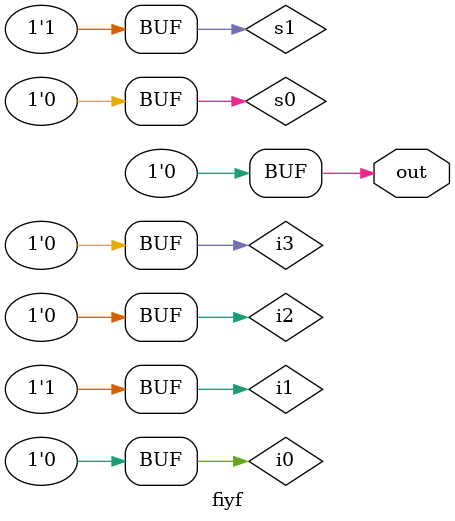
<source format=v>
module fiyf(

  output reg out
);
reg i0,i1,i2,i3,s0,s1;
initial begin
i0=0;i1=1;i2=0;i3=0;s1=1;s0=0;
case({s1,s0})
0:out=i0;
1:out=i1;
2:out=i2;
3:out=i3;
endcase

    

        
end
endmodule

</source>
